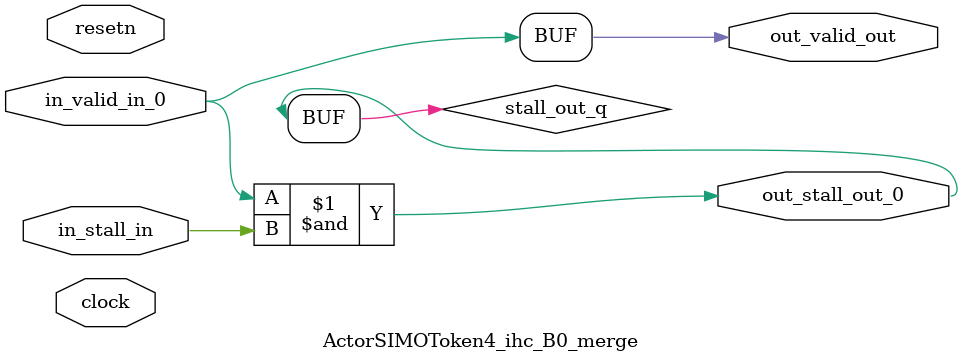
<source format=sv>



(* altera_attribute = "-name AUTO_SHIFT_REGISTER_RECOGNITION OFF; -name MESSAGE_DISABLE 10036; -name MESSAGE_DISABLE 10037; -name MESSAGE_DISABLE 14130; -name MESSAGE_DISABLE 14320; -name MESSAGE_DISABLE 15400; -name MESSAGE_DISABLE 14130; -name MESSAGE_DISABLE 10036; -name MESSAGE_DISABLE 12020; -name MESSAGE_DISABLE 12030; -name MESSAGE_DISABLE 12010; -name MESSAGE_DISABLE 12110; -name MESSAGE_DISABLE 14320; -name MESSAGE_DISABLE 13410; -name MESSAGE_DISABLE 113007; -name MESSAGE_DISABLE 10958" *)
module ActorSIMOToken4_ihc_B0_merge (
    input wire [0:0] in_stall_in,
    input wire [0:0] in_valid_in_0,
    output wire [0:0] out_stall_out_0,
    output wire [0:0] out_valid_out,
    input wire clock,
    input wire resetn
    );

    wire [0:0] stall_out_q;


    // stall_out(LOGICAL,6)
    assign stall_out_q = in_valid_in_0 & in_stall_in;

    // out_stall_out_0(GPOUT,4)
    assign out_stall_out_0 = stall_out_q;

    // out_valid_out(GPOUT,5)
    assign out_valid_out = in_valid_in_0;

endmodule

</source>
